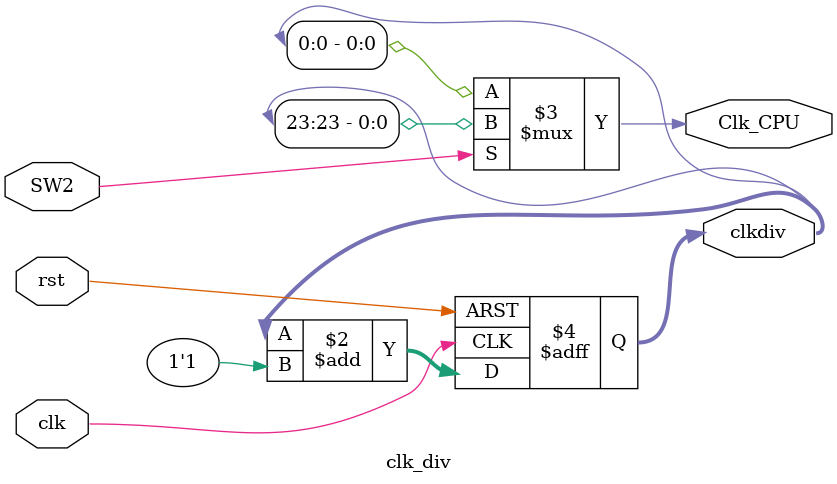
<source format=v>
`timescale 1ns / 1ps
module clk_div(input clk,
					input rst,
					input SW2,
					output reg[31:0]clkdiv,
					output Clk_CPU
					);
					
// Clock divider


	always @ (posedge clk or posedge rst) begin 
		if (rst) clkdiv <= 0; else clkdiv <= clkdiv + 1'b1; end
		
	assign Clk_CPU=(SW2)? clkdiv[23] : clkdiv[0];
		
endmodule

</source>
